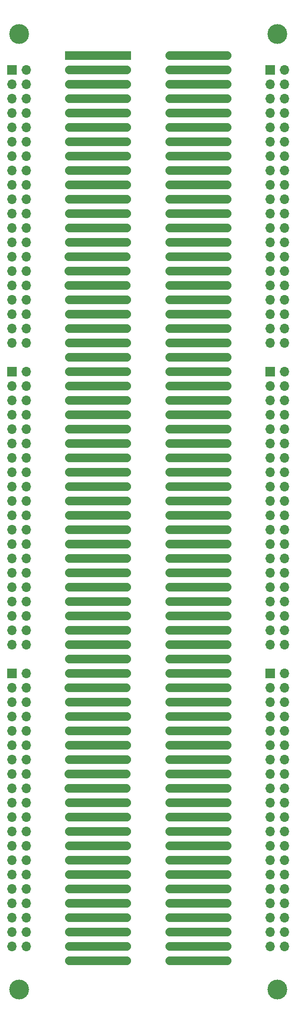
<source format=gbr>
%TF.GenerationSoftware,KiCad,Pcbnew,8.0.0*%
%TF.CreationDate,2024-03-14T18:24:49+00:00*%
%TF.ProjectId,ToastedBreadBoard128,546f6173-7465-4644-9272-656164426f61,rev?*%
%TF.SameCoordinates,Original*%
%TF.FileFunction,Soldermask,Top*%
%TF.FilePolarity,Negative*%
%FSLAX46Y46*%
G04 Gerber Fmt 4.6, Leading zero omitted, Abs format (unit mm)*
G04 Created by KiCad (PCBNEW 8.0.0) date 2024-03-14 18:24:49*
%MOMM*%
%LPD*%
G01*
G04 APERTURE LIST*
%ADD10R,1.524000X1.524000*%
%ADD11C,1.524000*%
%ADD12O,11.700000X1.524000*%
%ADD13C,3.500000*%
%ADD14R,1.700000X1.700000*%
%ADD15O,1.700000X1.700000*%
G04 APERTURE END LIST*
D10*
%TO.C,U1*%
X124460000Y-29210000D03*
D11*
X121920000Y-29210000D03*
D12*
X119380000Y-29210000D03*
D11*
X116840000Y-29210000D03*
D10*
X114300000Y-29210000D03*
D11*
X124460000Y-31750000D03*
X121920000Y-31750000D03*
D12*
X119380000Y-31750000D03*
D11*
X116840000Y-31750000D03*
X114300000Y-31750000D03*
X124460000Y-34290000D03*
X121920000Y-34290000D03*
D12*
X119380000Y-34290000D03*
D11*
X116840000Y-34290000D03*
X114300000Y-34290000D03*
X124460000Y-36830000D03*
X121920000Y-36830000D03*
D12*
X119380000Y-36830000D03*
D11*
X116840000Y-36830000D03*
X114300000Y-36830000D03*
X124460000Y-39370000D03*
X121920000Y-39370000D03*
D12*
X119380000Y-39370000D03*
D11*
X116840000Y-39370000D03*
X114300000Y-39370000D03*
X124460000Y-41910000D03*
X121920000Y-41910000D03*
D12*
X119380000Y-41910000D03*
D11*
X116840000Y-41910000D03*
X114300000Y-41910000D03*
X124460000Y-44450000D03*
X121920000Y-44450000D03*
D12*
X119380000Y-44450000D03*
D11*
X116840000Y-44450000D03*
X114300000Y-44450000D03*
X124460000Y-46990000D03*
X121920000Y-46990000D03*
D12*
X119380000Y-46990000D03*
D11*
X116840000Y-46990000D03*
X114300000Y-46990000D03*
X124460000Y-49530000D03*
X121920000Y-49530000D03*
D12*
X119380000Y-49530000D03*
D11*
X116840000Y-49530000D03*
X114300000Y-49530000D03*
X124460000Y-52070000D03*
X121920000Y-52070000D03*
D12*
X119380000Y-52070000D03*
D11*
X116840000Y-52070000D03*
X114300000Y-52070000D03*
X124460000Y-54610000D03*
X121920000Y-54610000D03*
D12*
X119380000Y-54610000D03*
D11*
X116840000Y-54610000D03*
X114300000Y-54610000D03*
X124460000Y-57150000D03*
X121920000Y-57150000D03*
D12*
X119380000Y-57150000D03*
D11*
X116840000Y-57150000D03*
X114300000Y-57150000D03*
X124460000Y-59690000D03*
X121920000Y-59690000D03*
D12*
X119380000Y-59690000D03*
D11*
X116840000Y-59690000D03*
X114300000Y-59690000D03*
X124460000Y-62230000D03*
X121920000Y-62230000D03*
D12*
X119380000Y-62230000D03*
D11*
X116840000Y-62230000D03*
X114300000Y-62230000D03*
X124360000Y-64770000D03*
X121820000Y-64770000D03*
D12*
X119280000Y-64770000D03*
D11*
X116740000Y-64770000D03*
X114200000Y-64770000D03*
X124360000Y-67310000D03*
X121820000Y-67310000D03*
D12*
X119280000Y-67310000D03*
D11*
X116740000Y-67310000D03*
X114200000Y-67310000D03*
X124360000Y-69850000D03*
X121820000Y-69850000D03*
D12*
X119280000Y-69850000D03*
D11*
X116740000Y-69850000D03*
X114200000Y-69850000D03*
X124460000Y-72390000D03*
X121920000Y-72390000D03*
D12*
X119380000Y-72390000D03*
D11*
X116840000Y-72390000D03*
X114300000Y-72390000D03*
X124460000Y-74930000D03*
X121920000Y-74930000D03*
D12*
X119380000Y-74930000D03*
D11*
X116840000Y-74930000D03*
X114300000Y-74930000D03*
X124460000Y-77470000D03*
X121920000Y-77470000D03*
D12*
X119380000Y-77470000D03*
D11*
X116840000Y-77470000D03*
X114300000Y-77470000D03*
X124460000Y-80010000D03*
X121920000Y-80010000D03*
D12*
X119380000Y-80010000D03*
D11*
X116840000Y-80010000D03*
X114300000Y-80010000D03*
X124460000Y-82550000D03*
X121920000Y-82550000D03*
D12*
X119380000Y-82550000D03*
D11*
X116840000Y-82550000D03*
X114300000Y-82550000D03*
X124460000Y-85090000D03*
X121920000Y-85090000D03*
D12*
X119380000Y-85090000D03*
D11*
X116840000Y-85090000D03*
X114300000Y-85090000D03*
X124460000Y-87630000D03*
X121920000Y-87630000D03*
D12*
X119380000Y-87630000D03*
D11*
X116840000Y-87630000D03*
X114300000Y-87630000D03*
X124460000Y-90170000D03*
X121920000Y-90170000D03*
D12*
X119380000Y-90170000D03*
D11*
X116840000Y-90170000D03*
X114300000Y-90170000D03*
X124460000Y-92710000D03*
X121920000Y-92710000D03*
D12*
X119380000Y-92710000D03*
D11*
X116840000Y-92710000D03*
X114300000Y-92710000D03*
X124460000Y-95250000D03*
X121920000Y-95250000D03*
D12*
X119380000Y-95250000D03*
D11*
X116840000Y-95250000D03*
X114300000Y-95250000D03*
X124460000Y-97790000D03*
X121920000Y-97790000D03*
D12*
X119380000Y-97790000D03*
D11*
X116840000Y-97790000D03*
X114300000Y-97790000D03*
X124460000Y-100330000D03*
X121820000Y-100330000D03*
D12*
X119380000Y-100330000D03*
D11*
X116740000Y-100330000D03*
X114300000Y-100330000D03*
X124460000Y-102870000D03*
X121920000Y-102870000D03*
D12*
X119380000Y-102870000D03*
D11*
X116840000Y-102870000D03*
X114300000Y-102870000D03*
X124460000Y-105410000D03*
X121920000Y-105410000D03*
D12*
X119380000Y-105410000D03*
D11*
X116840000Y-105410000D03*
X114300000Y-105410000D03*
X124460000Y-107950000D03*
X121920000Y-107950000D03*
D12*
X119380000Y-107950000D03*
D11*
X116840000Y-107950000D03*
X114300000Y-107950000D03*
X124460000Y-110490000D03*
X121920000Y-110490000D03*
D12*
X119380000Y-110490000D03*
D11*
X116840000Y-110490000D03*
X114300000Y-110490000D03*
X124460000Y-113030000D03*
X121920000Y-113030000D03*
D12*
X119380000Y-113030000D03*
D11*
X116840000Y-113030000D03*
X114300000Y-113030000D03*
X124460000Y-115570000D03*
X121920000Y-115570000D03*
D12*
X119380000Y-115570000D03*
D11*
X116840000Y-115570000D03*
X114300000Y-115570000D03*
X124460000Y-118110000D03*
X121920000Y-118110000D03*
D12*
X119380000Y-118110000D03*
D11*
X116840000Y-118110000D03*
X114300000Y-118110000D03*
X124460000Y-120650000D03*
X121920000Y-120650000D03*
D12*
X119380000Y-120650000D03*
D11*
X116840000Y-120650000D03*
X114300000Y-120650000D03*
X124460000Y-123190000D03*
X121920000Y-123190000D03*
D12*
X119380000Y-123190000D03*
D11*
X116840000Y-123190000D03*
X114300000Y-123190000D03*
X124460000Y-125730000D03*
X121920000Y-125730000D03*
D12*
X119380000Y-125730000D03*
D11*
X116840000Y-125730000D03*
X114300000Y-125730000D03*
X124460000Y-128270000D03*
X121920000Y-128270000D03*
D12*
X119380000Y-128270000D03*
D11*
X116840000Y-128270000D03*
X114300000Y-128270000D03*
X124460000Y-130810000D03*
X121920000Y-130810000D03*
D12*
X119380000Y-130810000D03*
D11*
X116840000Y-130810000D03*
X114300000Y-130810000D03*
X124460000Y-133350000D03*
X121920000Y-133350000D03*
D12*
X119380000Y-133350000D03*
D11*
X116840000Y-133350000D03*
X114300000Y-133350000D03*
X124460000Y-135890000D03*
X121920000Y-135890000D03*
D12*
X119380000Y-135890000D03*
D11*
X116840000Y-135890000D03*
X114300000Y-135890000D03*
X124460000Y-138430000D03*
X121920000Y-138430000D03*
D12*
X119380000Y-138430000D03*
D11*
X116840000Y-138430000D03*
X114300000Y-138430000D03*
X124360000Y-140970000D03*
X121820000Y-140970000D03*
D12*
X119280000Y-140970000D03*
D11*
X116740000Y-140970000D03*
X114200000Y-140970000D03*
X124460000Y-143510000D03*
X121920000Y-143510000D03*
D12*
X119380000Y-143510000D03*
D11*
X116840000Y-143510000D03*
X114300000Y-143510000D03*
X124460000Y-146050000D03*
X121920000Y-146050000D03*
D12*
X119380000Y-146050000D03*
D11*
X116840000Y-146050000D03*
X114300000Y-146050000D03*
X124460000Y-148590000D03*
X121920000Y-148590000D03*
D12*
X119380000Y-148590000D03*
D11*
X116840000Y-148590000D03*
X114300000Y-148590000D03*
X124460000Y-151130000D03*
X121920000Y-151130000D03*
D12*
X119380000Y-151130000D03*
D11*
X116840000Y-151130000D03*
X114300000Y-151130000D03*
X124460000Y-153670000D03*
X121920000Y-153670000D03*
D12*
X119380000Y-153670000D03*
D11*
X116840000Y-153670000D03*
X114300000Y-153670000D03*
X124360000Y-156210000D03*
X121820000Y-156210000D03*
D12*
X119280000Y-156210000D03*
D11*
X116740000Y-156210000D03*
X114200000Y-156210000D03*
X124360000Y-158750000D03*
X121820000Y-158750000D03*
D12*
X119280000Y-158750000D03*
D11*
X116740000Y-158750000D03*
X114200000Y-158750000D03*
X124460000Y-161290000D03*
X121920000Y-161290000D03*
D12*
X119380000Y-161290000D03*
D11*
X116840000Y-161290000D03*
X114300000Y-161290000D03*
X124460000Y-163830000D03*
X121920000Y-163830000D03*
D12*
X119380000Y-163830000D03*
D11*
X116840000Y-163830000D03*
X114300000Y-163830000D03*
X124460000Y-166370000D03*
X121920000Y-166370000D03*
D12*
X119380000Y-166370000D03*
D11*
X116840000Y-166370000D03*
X114300000Y-166370000D03*
X124460000Y-168910000D03*
X121920000Y-168910000D03*
D12*
X119380000Y-168910000D03*
D11*
X116840000Y-168910000D03*
X114300000Y-168910000D03*
X124460000Y-171450000D03*
X121920000Y-171450000D03*
D12*
X119380000Y-171450000D03*
D11*
X116840000Y-171450000D03*
X114300000Y-171450000D03*
X124460000Y-173990000D03*
X121920000Y-173990000D03*
D12*
X119380000Y-173990000D03*
D11*
X116840000Y-173990000D03*
X114300000Y-173990000D03*
X124460000Y-176530000D03*
X121920000Y-176530000D03*
D12*
X119380000Y-176530000D03*
D11*
X116840000Y-176530000D03*
X114300000Y-176530000D03*
X124460000Y-179070000D03*
X121920000Y-179070000D03*
D12*
X119380000Y-179070000D03*
D11*
X116840000Y-179070000D03*
X114300000Y-179070000D03*
X124460000Y-181610000D03*
X121920000Y-181610000D03*
D12*
X119380000Y-181610000D03*
D11*
X116840000Y-181610000D03*
X114300000Y-181610000D03*
X124460000Y-184150000D03*
X121920000Y-184150000D03*
D12*
X119380000Y-184150000D03*
D11*
X116840000Y-184150000D03*
X114300000Y-184150000D03*
X124460000Y-186690000D03*
X121920000Y-186690000D03*
D12*
X119380000Y-186690000D03*
D11*
X116840000Y-186690000D03*
X114300000Y-186690000D03*
X124460000Y-189230000D03*
X121920000Y-189230000D03*
D12*
X119380000Y-189230000D03*
D11*
X116840000Y-189230000D03*
X114300000Y-189230000D03*
X142240000Y-189230000D03*
X139700000Y-189230000D03*
D12*
X137160000Y-189230000D03*
D11*
X134620000Y-189230000D03*
X132080000Y-189230000D03*
X142240000Y-186690000D03*
X139700000Y-186690000D03*
D12*
X137160000Y-186690000D03*
D11*
X134620000Y-186690000D03*
X132080000Y-186690000D03*
X142240000Y-184150000D03*
X139700000Y-184150000D03*
D12*
X137160000Y-184150000D03*
D11*
X134620000Y-184150000D03*
X132080000Y-184150000D03*
X142240000Y-181610000D03*
X139700000Y-181610000D03*
D12*
X137160000Y-181610000D03*
D11*
X134620000Y-181610000D03*
X132080000Y-181610000D03*
X142240000Y-179070000D03*
X139700000Y-179070000D03*
D12*
X137160000Y-179070000D03*
D11*
X134620000Y-179070000D03*
X132080000Y-179070000D03*
X142240000Y-176530000D03*
X139700000Y-176530000D03*
D12*
X137160000Y-176530000D03*
D11*
X134620000Y-176530000D03*
X132080000Y-176530000D03*
X142240000Y-173990000D03*
X139700000Y-173990000D03*
D12*
X137160000Y-173990000D03*
D11*
X134620000Y-173990000D03*
X132080000Y-173990000D03*
X142240000Y-171450000D03*
X139700000Y-171450000D03*
D12*
X137160000Y-171450000D03*
D11*
X134620000Y-171450000D03*
X132080000Y-171450000D03*
X142240000Y-168910000D03*
X139700000Y-168910000D03*
D12*
X137160000Y-168910000D03*
D11*
X134620000Y-168910000D03*
X132080000Y-168910000D03*
X142240000Y-166370000D03*
X139700000Y-166370000D03*
D12*
X137160000Y-166370000D03*
D11*
X134620000Y-166370000D03*
X132080000Y-166370000D03*
X142240000Y-163830000D03*
X139700000Y-163830000D03*
D12*
X137160000Y-163830000D03*
D11*
X134620000Y-163830000D03*
X132080000Y-163830000D03*
X142240000Y-161290000D03*
X139700000Y-161290000D03*
D12*
X137160000Y-161290000D03*
D11*
X134620000Y-161290000D03*
X132080000Y-161290000D03*
X142240000Y-158750000D03*
X139700000Y-158750000D03*
D12*
X137160000Y-158750000D03*
D11*
X134620000Y-158750000D03*
X132080000Y-158750000D03*
X142240000Y-156210000D03*
X139700000Y-156210000D03*
D12*
X137160000Y-156210000D03*
D11*
X134620000Y-156210000D03*
X132080000Y-156210000D03*
X142240000Y-153670000D03*
X139700000Y-153670000D03*
D12*
X137160000Y-153670000D03*
D11*
X134620000Y-153670000D03*
X132080000Y-153670000D03*
X142240000Y-151130000D03*
X139700000Y-151130000D03*
D12*
X137160000Y-151130000D03*
D11*
X134620000Y-151130000D03*
X132080000Y-151130000D03*
X142240000Y-148590000D03*
X139700000Y-148590000D03*
D12*
X137160000Y-148590000D03*
D11*
X134620000Y-148590000D03*
X132080000Y-148590000D03*
X142240000Y-146050000D03*
X139700000Y-146050000D03*
D12*
X137160000Y-146050000D03*
D11*
X134620000Y-146050000D03*
X132080000Y-146050000D03*
X142240000Y-143510000D03*
X139700000Y-143510000D03*
D12*
X137160000Y-143510000D03*
D11*
X134620000Y-143510000D03*
X132080000Y-143510000D03*
X142240000Y-140970000D03*
X139700000Y-140970000D03*
D12*
X137160000Y-140970000D03*
D11*
X134620000Y-140970000D03*
X132080000Y-140970000D03*
X142240000Y-138430000D03*
X139700000Y-138430000D03*
D12*
X137160000Y-138430000D03*
D11*
X134620000Y-138430000D03*
X132080000Y-138430000D03*
X142240000Y-135890000D03*
X139700000Y-135890000D03*
D12*
X137160000Y-135890000D03*
D11*
X134620000Y-135890000D03*
X132080000Y-135890000D03*
X142240000Y-133350000D03*
X139700000Y-133350000D03*
D12*
X137160000Y-133350000D03*
D11*
X134620000Y-133350000D03*
X132080000Y-133350000D03*
X142240000Y-130810000D03*
X139700000Y-130810000D03*
D12*
X137160000Y-130810000D03*
D11*
X134620000Y-130810000D03*
X132080000Y-130810000D03*
X142240000Y-128270000D03*
X139700000Y-128270000D03*
D12*
X137160000Y-128270000D03*
D11*
X134620000Y-128270000D03*
X132080000Y-128270000D03*
X142240000Y-125730000D03*
X139700000Y-125730000D03*
D12*
X137160000Y-125730000D03*
D11*
X134620000Y-125730000D03*
X132080000Y-125730000D03*
X142240000Y-123190000D03*
X139700000Y-123190000D03*
D12*
X137160000Y-123190000D03*
D11*
X134620000Y-123190000D03*
X132080000Y-123190000D03*
X142240000Y-120650000D03*
X139700000Y-120650000D03*
D12*
X137160000Y-120650000D03*
D11*
X134620000Y-120650000D03*
X132080000Y-120650000D03*
X142240000Y-118110000D03*
X139700000Y-118110000D03*
D12*
X137160000Y-118110000D03*
D11*
X134620000Y-118110000D03*
X132080000Y-118110000D03*
X142240000Y-115570000D03*
X139700000Y-115570000D03*
D12*
X137160000Y-115570000D03*
D11*
X134620000Y-115570000D03*
X132080000Y-115570000D03*
X142240000Y-113030000D03*
X139700000Y-113030000D03*
D12*
X137160000Y-113030000D03*
D11*
X134620000Y-113030000D03*
X132080000Y-113030000D03*
X142240000Y-110490000D03*
X139700000Y-110490000D03*
D12*
X137160000Y-110490000D03*
D11*
X134620000Y-110490000D03*
X132080000Y-110490000D03*
X142240000Y-107950000D03*
X139700000Y-107950000D03*
D12*
X137160000Y-107950000D03*
D11*
X134620000Y-107950000D03*
X132080000Y-107950000D03*
X142240000Y-105410000D03*
X139700000Y-105410000D03*
D12*
X137160000Y-105410000D03*
D11*
X134620000Y-105410000D03*
X132080000Y-105410000D03*
X142240000Y-102870000D03*
X139700000Y-102870000D03*
D12*
X137160000Y-102870000D03*
D11*
X134620000Y-102870000D03*
X132080000Y-102870000D03*
X142240000Y-100330000D03*
X139700000Y-100330000D03*
D12*
X137160000Y-100330000D03*
D11*
X134620000Y-100330000D03*
X132080000Y-100330000D03*
X142240000Y-97790000D03*
X139700000Y-97790000D03*
D12*
X137160000Y-97790000D03*
D11*
X134620000Y-97790000D03*
X132080000Y-97790000D03*
X142240000Y-95250000D03*
X139700000Y-95250000D03*
D12*
X137160000Y-95250000D03*
D11*
X134620000Y-95250000D03*
X132080000Y-95250000D03*
X142240000Y-92710000D03*
X139700000Y-92710000D03*
D12*
X137160000Y-92710000D03*
D11*
X134620000Y-92710000D03*
X132080000Y-92710000D03*
X142240000Y-90170000D03*
X139700000Y-90170000D03*
D12*
X137160000Y-90170000D03*
D11*
X134620000Y-90170000D03*
X132080000Y-90170000D03*
X142240000Y-87630000D03*
X139700000Y-87630000D03*
D12*
X137160000Y-87630000D03*
D11*
X134620000Y-87630000D03*
X132080000Y-87630000D03*
X142240000Y-85090000D03*
X139700000Y-85090000D03*
D12*
X137160000Y-85090000D03*
D11*
X134620000Y-85090000D03*
X132080000Y-85090000D03*
X142240000Y-82550000D03*
X139700000Y-82550000D03*
D12*
X137160000Y-82550000D03*
D11*
X134620000Y-82550000D03*
X132080000Y-82550000D03*
X142240000Y-80010000D03*
X139700000Y-80010000D03*
D12*
X137160000Y-80010000D03*
D11*
X134620000Y-80010000D03*
X132080000Y-80010000D03*
X142240000Y-77470000D03*
X139700000Y-77470000D03*
D12*
X137160000Y-77470000D03*
D11*
X134620000Y-77470000D03*
X132080000Y-77470000D03*
X142240000Y-74930000D03*
X139700000Y-74930000D03*
D12*
X137160000Y-74930000D03*
D11*
X134620000Y-74930000D03*
X132080000Y-74930000D03*
X142240000Y-72390000D03*
X139700000Y-72390000D03*
D12*
X137160000Y-72390000D03*
D11*
X134620000Y-72390000D03*
X132080000Y-72390000D03*
X142240000Y-69850000D03*
X139700000Y-69850000D03*
D12*
X137160000Y-69850000D03*
D11*
X134620000Y-69850000D03*
X132080000Y-69850000D03*
X142240000Y-67310000D03*
X139700000Y-67310000D03*
D12*
X137160000Y-67310000D03*
D11*
X134620000Y-67310000D03*
X132080000Y-67310000D03*
X142240000Y-64770000D03*
X139700000Y-64770000D03*
D12*
X137160000Y-64770000D03*
D11*
X134620000Y-64770000D03*
X132080000Y-64770000D03*
X142240000Y-62230000D03*
X139700000Y-62230000D03*
D12*
X137160000Y-62230000D03*
D11*
X134620000Y-62230000D03*
X132080000Y-62230000D03*
X142240000Y-59690000D03*
X139700000Y-59690000D03*
D12*
X137160000Y-59690000D03*
D11*
X134620000Y-59690000D03*
X132080000Y-59690000D03*
X142240000Y-57150000D03*
X139700000Y-57150000D03*
D12*
X137160000Y-57150000D03*
D11*
X134620000Y-57150000D03*
X132080000Y-57150000D03*
X142240000Y-54610000D03*
X139700000Y-54610000D03*
D12*
X137160000Y-54610000D03*
D11*
X134620000Y-54610000D03*
X132080000Y-54610000D03*
X142240000Y-52070000D03*
X139700000Y-52070000D03*
D12*
X137160000Y-52070000D03*
D11*
X134620000Y-52070000D03*
X132080000Y-52070000D03*
X142240000Y-49530000D03*
X139700000Y-49530000D03*
D12*
X137160000Y-49530000D03*
D11*
X134620000Y-49530000D03*
X132080000Y-49530000D03*
X142240000Y-46990000D03*
X139700000Y-46990000D03*
D12*
X137160000Y-46990000D03*
D11*
X134620000Y-46990000D03*
X132080000Y-46990000D03*
X142240000Y-44450000D03*
X139700000Y-44450000D03*
D12*
X137160000Y-44450000D03*
D11*
X134620000Y-44450000D03*
X132080000Y-44450000D03*
X142240000Y-41910000D03*
X139700000Y-41910000D03*
D12*
X137160000Y-41910000D03*
D11*
X134620000Y-41910000D03*
X132080000Y-41910000D03*
X142240000Y-39370000D03*
X139700000Y-39370000D03*
D12*
X137160000Y-39370000D03*
D11*
X134620000Y-39370000D03*
X132080000Y-39370000D03*
X142240000Y-36830000D03*
X139700000Y-36830000D03*
D12*
X137160000Y-36830000D03*
D11*
X134620000Y-36830000D03*
X132080000Y-36830000D03*
X142240000Y-34290000D03*
X139700000Y-34290000D03*
D12*
X137160000Y-34290000D03*
D11*
X134620000Y-34290000D03*
X132080000Y-34290000D03*
X142240000Y-31750000D03*
X139700000Y-31750000D03*
D12*
X137160000Y-31750000D03*
D11*
X134620000Y-31750000D03*
X132080000Y-31750000D03*
X142240000Y-29210000D03*
X139700000Y-29210000D03*
D12*
X137160000Y-29210000D03*
D11*
X134620000Y-29210000D03*
X132080000Y-29210000D03*
%TD*%
D13*
%TO.C,H3*%
X151130000Y-194310000D03*
%TD*%
D14*
%TO.C,J6*%
X149860000Y-138430000D03*
D15*
X152400000Y-138430000D03*
X149860000Y-140970000D03*
X152400000Y-140970000D03*
X149860000Y-143510000D03*
X152400000Y-143510000D03*
X149860000Y-146050000D03*
X152400000Y-146050000D03*
X149860000Y-148590000D03*
X152400000Y-148590000D03*
X149860000Y-151130000D03*
X152400000Y-151130000D03*
X149860000Y-153670000D03*
X152400000Y-153670000D03*
X149860000Y-156210000D03*
X152400000Y-156210000D03*
X149860000Y-158750000D03*
X152400000Y-158750000D03*
X149860000Y-161290000D03*
X152400000Y-161290000D03*
X149860000Y-163830000D03*
X152400000Y-163830000D03*
X149860000Y-166370000D03*
X152400000Y-166370000D03*
X149860000Y-168910000D03*
X152400000Y-168910000D03*
X149860000Y-171450000D03*
X152400000Y-171450000D03*
X149860000Y-173990000D03*
X152400000Y-173990000D03*
X149860000Y-176530000D03*
X152400000Y-176530000D03*
X149860000Y-179070000D03*
X152400000Y-179070000D03*
X149860000Y-181610000D03*
X152400000Y-181610000D03*
X149860000Y-184150000D03*
X152400000Y-184150000D03*
X149860000Y-186690000D03*
X152400000Y-186690000D03*
%TD*%
D14*
%TO.C,J4*%
X149860000Y-31750000D03*
D15*
X152400000Y-31750000D03*
X149860000Y-34290000D03*
X152400000Y-34290000D03*
X149860000Y-36830000D03*
X152400000Y-36830000D03*
X149860000Y-39370000D03*
X152400000Y-39370000D03*
X149860000Y-41910000D03*
X152400000Y-41910000D03*
X149860000Y-44450000D03*
X152400000Y-44450000D03*
X149860000Y-46990000D03*
X152400000Y-46990000D03*
X149860000Y-49530000D03*
X152400000Y-49530000D03*
X149860000Y-52070000D03*
X152400000Y-52070000D03*
X149860000Y-54610000D03*
X152400000Y-54610000D03*
X149860000Y-57150000D03*
X152400000Y-57150000D03*
X149860000Y-59690000D03*
X152400000Y-59690000D03*
X149860000Y-62230000D03*
X152400000Y-62230000D03*
X149860000Y-64770000D03*
X152400000Y-64770000D03*
X149860000Y-67310000D03*
X152400000Y-67310000D03*
X149860000Y-69850000D03*
X152400000Y-69850000D03*
X149860000Y-72390000D03*
X152400000Y-72390000D03*
X149860000Y-74930000D03*
X152400000Y-74930000D03*
X149860000Y-77470000D03*
X152400000Y-77470000D03*
X149860000Y-80010000D03*
X152400000Y-80010000D03*
%TD*%
D13*
%TO.C,H1*%
X105410000Y-25400000D03*
%TD*%
D14*
%TO.C,J2*%
X104140000Y-85090000D03*
D15*
X106680000Y-85090000D03*
X104140000Y-87630000D03*
X106680000Y-87630000D03*
X104140000Y-90170000D03*
X106680000Y-90170000D03*
X104140000Y-92710000D03*
X106680000Y-92710000D03*
X104140000Y-95250000D03*
X106680000Y-95250000D03*
X104140000Y-97790000D03*
X106680000Y-97790000D03*
X104140000Y-100330000D03*
X106680000Y-100330000D03*
X104140000Y-102870000D03*
X106680000Y-102870000D03*
X104140000Y-105410000D03*
X106680000Y-105410000D03*
X104140000Y-107950000D03*
X106680000Y-107950000D03*
X104140000Y-110490000D03*
X106680000Y-110490000D03*
X104140000Y-113030000D03*
X106680000Y-113030000D03*
X104140000Y-115570000D03*
X106680000Y-115570000D03*
X104140000Y-118110000D03*
X106680000Y-118110000D03*
X104140000Y-120650000D03*
X106680000Y-120650000D03*
X104140000Y-123190000D03*
X106680000Y-123190000D03*
X104140000Y-125730000D03*
X106680000Y-125730000D03*
X104140000Y-128270000D03*
X106680000Y-128270000D03*
X104140000Y-130810000D03*
X106680000Y-130810000D03*
X104140000Y-133350000D03*
X106680000Y-133350000D03*
%TD*%
D14*
%TO.C,J1*%
X104140000Y-31750000D03*
D15*
X106680000Y-31750000D03*
X104140000Y-34290000D03*
X106680000Y-34290000D03*
X104140000Y-36830000D03*
X106680000Y-36830000D03*
X104140000Y-39370000D03*
X106680000Y-39370000D03*
X104140000Y-41910000D03*
X106680000Y-41910000D03*
X104140000Y-44450000D03*
X106680000Y-44450000D03*
X104140000Y-46990000D03*
X106680000Y-46990000D03*
X104140000Y-49530000D03*
X106680000Y-49530000D03*
X104140000Y-52070000D03*
X106680000Y-52070000D03*
X104140000Y-54610000D03*
X106680000Y-54610000D03*
X104140000Y-57150000D03*
X106680000Y-57150000D03*
X104140000Y-59690000D03*
X106680000Y-59690000D03*
X104140000Y-62230000D03*
X106680000Y-62230000D03*
X104140000Y-64770000D03*
X106680000Y-64770000D03*
X104140000Y-67310000D03*
X106680000Y-67310000D03*
X104140000Y-69850000D03*
X106680000Y-69850000D03*
X104140000Y-72390000D03*
X106680000Y-72390000D03*
X104140000Y-74930000D03*
X106680000Y-74930000D03*
X104140000Y-77470000D03*
X106680000Y-77470000D03*
X104140000Y-80010000D03*
X106680000Y-80010000D03*
%TD*%
D14*
%TO.C,J3*%
X104140000Y-138430000D03*
D15*
X106680000Y-138430000D03*
X104140000Y-140970000D03*
X106680000Y-140970000D03*
X104140000Y-143510000D03*
X106680000Y-143510000D03*
X104140000Y-146050000D03*
X106680000Y-146050000D03*
X104140000Y-148590000D03*
X106680000Y-148590000D03*
X104140000Y-151130000D03*
X106680000Y-151130000D03*
X104140000Y-153670000D03*
X106680000Y-153670000D03*
X104140000Y-156210000D03*
X106680000Y-156210000D03*
X104140000Y-158750000D03*
X106680000Y-158750000D03*
X104140000Y-161290000D03*
X106680000Y-161290000D03*
X104140000Y-163830000D03*
X106680000Y-163830000D03*
X104140000Y-166370000D03*
X106680000Y-166370000D03*
X104140000Y-168910000D03*
X106680000Y-168910000D03*
X104140000Y-171450000D03*
X106680000Y-171450000D03*
X104140000Y-173990000D03*
X106680000Y-173990000D03*
X104140000Y-176530000D03*
X106680000Y-176530000D03*
X104140000Y-179070000D03*
X106680000Y-179070000D03*
X104140000Y-181610000D03*
X106680000Y-181610000D03*
X104140000Y-184150000D03*
X106680000Y-184150000D03*
X104140000Y-186690000D03*
X106680000Y-186690000D03*
%TD*%
D13*
%TO.C,H4*%
X105410000Y-194310000D03*
%TD*%
%TO.C,H2*%
X151130000Y-25400000D03*
%TD*%
D14*
%TO.C,J5*%
X149860000Y-85090000D03*
D15*
X152400000Y-85090000D03*
X149860000Y-87630000D03*
X152400000Y-87630000D03*
X149860000Y-90170000D03*
X152400000Y-90170000D03*
X149860000Y-92710000D03*
X152400000Y-92710000D03*
X149860000Y-95250000D03*
X152400000Y-95250000D03*
X149860000Y-97790000D03*
X152400000Y-97790000D03*
X149860000Y-100330000D03*
X152400000Y-100330000D03*
X149860000Y-102870000D03*
X152400000Y-102870000D03*
X149860000Y-105410000D03*
X152400000Y-105410000D03*
X149860000Y-107950000D03*
X152400000Y-107950000D03*
X149860000Y-110490000D03*
X152400000Y-110490000D03*
X149860000Y-113030000D03*
X152400000Y-113030000D03*
X149860000Y-115570000D03*
X152400000Y-115570000D03*
X149860000Y-118110000D03*
X152400000Y-118110000D03*
X149860000Y-120650000D03*
X152400000Y-120650000D03*
X149860000Y-123190000D03*
X152400000Y-123190000D03*
X149860000Y-125730000D03*
X152400000Y-125730000D03*
X149860000Y-128270000D03*
X152400000Y-128270000D03*
X149860000Y-130810000D03*
X152400000Y-130810000D03*
X149860000Y-133350000D03*
X152400000Y-133350000D03*
%TD*%
M02*

</source>
